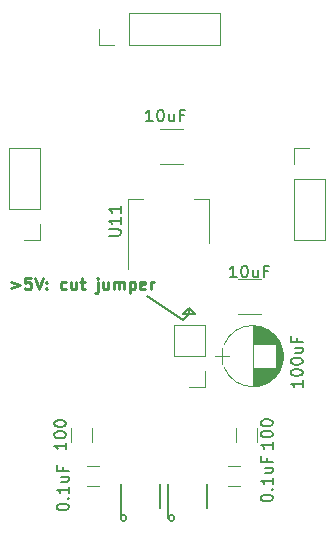
<source format=gbr>
G04 #@! TF.FileFunction,Legend,Top*
%FSLAX46Y46*%
G04 Gerber Fmt 4.6, Leading zero omitted, Abs format (unit mm)*
G04 Created by KiCad (PCBNEW 4.0.6-e0-6349~53~ubuntu16.04.1) date Tue Apr 25 15:56:05 2017*
%MOMM*%
%LPD*%
G01*
G04 APERTURE LIST*
%ADD10C,0.100000*%
%ADD11C,0.200000*%
%ADD12C,0.250000*%
%ADD13C,0.120000*%
%ADD14C,0.150000*%
G04 APERTURE END LIST*
D10*
D11*
X166370000Y-110236000D02*
G75*
G03X166370000Y-110236000I-254000J0D01*
G01*
X170434000Y-110236000D02*
G75*
G03X170434000Y-110236000I-254000J0D01*
G01*
X172212000Y-92964000D02*
X171704000Y-92456000D01*
X171196000Y-92964000D02*
X172212000Y-92964000D01*
X171704000Y-92456000D02*
X171196000Y-92964000D01*
X171704000Y-92964000D02*
X171704000Y-92456000D01*
X171196000Y-93472000D02*
X171704000Y-92964000D01*
X168148000Y-91440000D02*
X171196000Y-93472000D01*
D12*
X156560000Y-90209714D02*
X157321905Y-90495429D01*
X156560000Y-90781143D01*
X158274286Y-89876381D02*
X157798095Y-89876381D01*
X157750476Y-90352571D01*
X157798095Y-90304952D01*
X157893333Y-90257333D01*
X158131429Y-90257333D01*
X158226667Y-90304952D01*
X158274286Y-90352571D01*
X158321905Y-90447810D01*
X158321905Y-90685905D01*
X158274286Y-90781143D01*
X158226667Y-90828762D01*
X158131429Y-90876381D01*
X157893333Y-90876381D01*
X157798095Y-90828762D01*
X157750476Y-90781143D01*
X158607619Y-89876381D02*
X158940952Y-90876381D01*
X159274286Y-89876381D01*
X159607619Y-90781143D02*
X159655238Y-90828762D01*
X159607619Y-90876381D01*
X159560000Y-90828762D01*
X159607619Y-90781143D01*
X159607619Y-90876381D01*
X159607619Y-90257333D02*
X159655238Y-90304952D01*
X159607619Y-90352571D01*
X159560000Y-90304952D01*
X159607619Y-90257333D01*
X159607619Y-90352571D01*
X161274286Y-90828762D02*
X161179048Y-90876381D01*
X160988571Y-90876381D01*
X160893333Y-90828762D01*
X160845714Y-90781143D01*
X160798095Y-90685905D01*
X160798095Y-90400190D01*
X160845714Y-90304952D01*
X160893333Y-90257333D01*
X160988571Y-90209714D01*
X161179048Y-90209714D01*
X161274286Y-90257333D01*
X162131429Y-90209714D02*
X162131429Y-90876381D01*
X161702857Y-90209714D02*
X161702857Y-90733524D01*
X161750476Y-90828762D01*
X161845714Y-90876381D01*
X161988572Y-90876381D01*
X162083810Y-90828762D01*
X162131429Y-90781143D01*
X162464762Y-90209714D02*
X162845714Y-90209714D01*
X162607619Y-89876381D02*
X162607619Y-90733524D01*
X162655238Y-90828762D01*
X162750476Y-90876381D01*
X162845714Y-90876381D01*
X163940953Y-90209714D02*
X163940953Y-91066857D01*
X163893334Y-91162095D01*
X163798096Y-91209714D01*
X163750477Y-91209714D01*
X163940953Y-89876381D02*
X163893334Y-89924000D01*
X163940953Y-89971619D01*
X163988572Y-89924000D01*
X163940953Y-89876381D01*
X163940953Y-89971619D01*
X164845715Y-90209714D02*
X164845715Y-90876381D01*
X164417143Y-90209714D02*
X164417143Y-90733524D01*
X164464762Y-90828762D01*
X164560000Y-90876381D01*
X164702858Y-90876381D01*
X164798096Y-90828762D01*
X164845715Y-90781143D01*
X165321905Y-90876381D02*
X165321905Y-90209714D01*
X165321905Y-90304952D02*
X165369524Y-90257333D01*
X165464762Y-90209714D01*
X165607620Y-90209714D01*
X165702858Y-90257333D01*
X165750477Y-90352571D01*
X165750477Y-90876381D01*
X165750477Y-90352571D02*
X165798096Y-90257333D01*
X165893334Y-90209714D01*
X166036191Y-90209714D01*
X166131429Y-90257333D01*
X166179048Y-90352571D01*
X166179048Y-90876381D01*
X166655238Y-90209714D02*
X166655238Y-91209714D01*
X166655238Y-90257333D02*
X166750476Y-90209714D01*
X166940953Y-90209714D01*
X167036191Y-90257333D01*
X167083810Y-90304952D01*
X167131429Y-90400190D01*
X167131429Y-90685905D01*
X167083810Y-90781143D01*
X167036191Y-90828762D01*
X166940953Y-90876381D01*
X166750476Y-90876381D01*
X166655238Y-90828762D01*
X167940953Y-90828762D02*
X167845715Y-90876381D01*
X167655238Y-90876381D01*
X167560000Y-90828762D01*
X167512381Y-90733524D01*
X167512381Y-90352571D01*
X167560000Y-90257333D01*
X167655238Y-90209714D01*
X167845715Y-90209714D01*
X167940953Y-90257333D01*
X167988572Y-90352571D01*
X167988572Y-90447810D01*
X167512381Y-90543048D01*
X168417143Y-90876381D02*
X168417143Y-90209714D01*
X168417143Y-90400190D02*
X168464762Y-90304952D01*
X168512381Y-90257333D01*
X168607619Y-90209714D01*
X168702858Y-90209714D01*
D13*
X179450863Y-95538600D02*
G75*
G03X174656564Y-95540000I-2396863J-981400D01*
G01*
X179450863Y-97501400D02*
G75*
G02X174656564Y-97500000I-2396863J981400D01*
G01*
X179450863Y-97501400D02*
G75*
G03X179451436Y-95540000I-2396863J981400D01*
G01*
X177054000Y-93970000D02*
X177054000Y-99070000D01*
X177094000Y-93970000D02*
X177094000Y-95540000D01*
X177094000Y-97500000D02*
X177094000Y-99070000D01*
X177134000Y-93971000D02*
X177134000Y-95540000D01*
X177134000Y-97500000D02*
X177134000Y-99069000D01*
X177174000Y-93972000D02*
X177174000Y-95540000D01*
X177174000Y-97500000D02*
X177174000Y-99068000D01*
X177214000Y-93974000D02*
X177214000Y-95540000D01*
X177214000Y-97500000D02*
X177214000Y-99066000D01*
X177254000Y-93977000D02*
X177254000Y-95540000D01*
X177254000Y-97500000D02*
X177254000Y-99063000D01*
X177294000Y-93981000D02*
X177294000Y-95540000D01*
X177294000Y-97500000D02*
X177294000Y-99059000D01*
X177334000Y-93985000D02*
X177334000Y-95540000D01*
X177334000Y-97500000D02*
X177334000Y-99055000D01*
X177374000Y-93989000D02*
X177374000Y-95540000D01*
X177374000Y-97500000D02*
X177374000Y-99051000D01*
X177414000Y-93995000D02*
X177414000Y-95540000D01*
X177414000Y-97500000D02*
X177414000Y-99045000D01*
X177454000Y-94001000D02*
X177454000Y-95540000D01*
X177454000Y-97500000D02*
X177454000Y-99039000D01*
X177494000Y-94007000D02*
X177494000Y-95540000D01*
X177494000Y-97500000D02*
X177494000Y-99033000D01*
X177534000Y-94014000D02*
X177534000Y-95540000D01*
X177534000Y-97500000D02*
X177534000Y-99026000D01*
X177574000Y-94022000D02*
X177574000Y-95540000D01*
X177574000Y-97500000D02*
X177574000Y-99018000D01*
X177614000Y-94031000D02*
X177614000Y-95540000D01*
X177614000Y-97500000D02*
X177614000Y-99009000D01*
X177654000Y-94040000D02*
X177654000Y-95540000D01*
X177654000Y-97500000D02*
X177654000Y-99000000D01*
X177694000Y-94050000D02*
X177694000Y-95540000D01*
X177694000Y-97500000D02*
X177694000Y-98990000D01*
X177734000Y-94060000D02*
X177734000Y-95540000D01*
X177734000Y-97500000D02*
X177734000Y-98980000D01*
X177775000Y-94072000D02*
X177775000Y-95540000D01*
X177775000Y-97500000D02*
X177775000Y-98968000D01*
X177815000Y-94084000D02*
X177815000Y-95540000D01*
X177815000Y-97500000D02*
X177815000Y-98956000D01*
X177855000Y-94096000D02*
X177855000Y-95540000D01*
X177855000Y-97500000D02*
X177855000Y-98944000D01*
X177895000Y-94110000D02*
X177895000Y-95540000D01*
X177895000Y-97500000D02*
X177895000Y-98930000D01*
X177935000Y-94124000D02*
X177935000Y-95540000D01*
X177935000Y-97500000D02*
X177935000Y-98916000D01*
X177975000Y-94138000D02*
X177975000Y-95540000D01*
X177975000Y-97500000D02*
X177975000Y-98902000D01*
X178015000Y-94154000D02*
X178015000Y-95540000D01*
X178015000Y-97500000D02*
X178015000Y-98886000D01*
X178055000Y-94170000D02*
X178055000Y-95540000D01*
X178055000Y-97500000D02*
X178055000Y-98870000D01*
X178095000Y-94187000D02*
X178095000Y-95540000D01*
X178095000Y-97500000D02*
X178095000Y-98853000D01*
X178135000Y-94205000D02*
X178135000Y-95540000D01*
X178135000Y-97500000D02*
X178135000Y-98835000D01*
X178175000Y-94224000D02*
X178175000Y-95540000D01*
X178175000Y-97500000D02*
X178175000Y-98816000D01*
X178215000Y-94244000D02*
X178215000Y-95540000D01*
X178215000Y-97500000D02*
X178215000Y-98796000D01*
X178255000Y-94264000D02*
X178255000Y-95540000D01*
X178255000Y-97500000D02*
X178255000Y-98776000D01*
X178295000Y-94286000D02*
X178295000Y-95540000D01*
X178295000Y-97500000D02*
X178295000Y-98754000D01*
X178335000Y-94308000D02*
X178335000Y-95540000D01*
X178335000Y-97500000D02*
X178335000Y-98732000D01*
X178375000Y-94331000D02*
X178375000Y-95540000D01*
X178375000Y-97500000D02*
X178375000Y-98709000D01*
X178415000Y-94355000D02*
X178415000Y-95540000D01*
X178415000Y-97500000D02*
X178415000Y-98685000D01*
X178455000Y-94380000D02*
X178455000Y-95540000D01*
X178455000Y-97500000D02*
X178455000Y-98660000D01*
X178495000Y-94407000D02*
X178495000Y-95540000D01*
X178495000Y-97500000D02*
X178495000Y-98633000D01*
X178535000Y-94434000D02*
X178535000Y-95540000D01*
X178535000Y-97500000D02*
X178535000Y-98606000D01*
X178575000Y-94462000D02*
X178575000Y-95540000D01*
X178575000Y-97500000D02*
X178575000Y-98578000D01*
X178615000Y-94492000D02*
X178615000Y-95540000D01*
X178615000Y-97500000D02*
X178615000Y-98548000D01*
X178655000Y-94523000D02*
X178655000Y-95540000D01*
X178655000Y-97500000D02*
X178655000Y-98517000D01*
X178695000Y-94555000D02*
X178695000Y-95540000D01*
X178695000Y-97500000D02*
X178695000Y-98485000D01*
X178735000Y-94588000D02*
X178735000Y-95540000D01*
X178735000Y-97500000D02*
X178735000Y-98452000D01*
X178775000Y-94623000D02*
X178775000Y-95540000D01*
X178775000Y-97500000D02*
X178775000Y-98417000D01*
X178815000Y-94659000D02*
X178815000Y-95540000D01*
X178815000Y-97500000D02*
X178815000Y-98381000D01*
X178855000Y-94697000D02*
X178855000Y-95540000D01*
X178855000Y-97500000D02*
X178855000Y-98343000D01*
X178895000Y-94737000D02*
X178895000Y-95540000D01*
X178895000Y-97500000D02*
X178895000Y-98303000D01*
X178935000Y-94778000D02*
X178935000Y-95540000D01*
X178935000Y-97500000D02*
X178935000Y-98262000D01*
X178975000Y-94821000D02*
X178975000Y-95540000D01*
X178975000Y-97500000D02*
X178975000Y-98219000D01*
X179015000Y-94866000D02*
X179015000Y-95540000D01*
X179015000Y-97500000D02*
X179015000Y-98174000D01*
X179055000Y-94914000D02*
X179055000Y-98126000D01*
X179095000Y-94964000D02*
X179095000Y-98076000D01*
X179135000Y-95016000D02*
X179135000Y-98024000D01*
X179175000Y-95072000D02*
X179175000Y-97968000D01*
X179215000Y-95130000D02*
X179215000Y-97910000D01*
X179255000Y-95193000D02*
X179255000Y-97847000D01*
X179295000Y-95259000D02*
X179295000Y-97781000D01*
X179335000Y-95331000D02*
X179335000Y-97709000D01*
X179375000Y-95408000D02*
X179375000Y-97632000D01*
X179415000Y-95492000D02*
X179415000Y-97548000D01*
X179455000Y-95586000D02*
X179455000Y-97454000D01*
X179495000Y-95691000D02*
X179495000Y-97349000D01*
X179535000Y-95813000D02*
X179535000Y-97227000D01*
X179575000Y-95961000D02*
X179575000Y-97079000D01*
X179615000Y-96166000D02*
X179615000Y-96874000D01*
X173854000Y-96520000D02*
X175054000Y-96520000D01*
X174454000Y-95870000D02*
X174454000Y-97170000D01*
X177784000Y-89960000D02*
X175784000Y-89960000D01*
X175784000Y-92920000D02*
X177784000Y-92920000D01*
X171180000Y-77260000D02*
X169180000Y-77260000D01*
X169180000Y-80220000D02*
X171180000Y-80220000D01*
X175014000Y-107530000D02*
X176014000Y-107530000D01*
X176014000Y-105830000D02*
X175014000Y-105830000D01*
X164060000Y-105830000D02*
X163060000Y-105830000D01*
X163060000Y-107530000D02*
X164060000Y-107530000D01*
X180534000Y-81534000D02*
X180534000Y-86674000D01*
X180534000Y-86674000D02*
X183194000Y-86674000D01*
X183194000Y-86674000D02*
X183194000Y-81534000D01*
X183194000Y-81534000D02*
X180534000Y-81534000D01*
X180534000Y-80264000D02*
X180534000Y-78934000D01*
X180534000Y-78934000D02*
X181864000Y-78934000D01*
X166624000Y-70164000D02*
X174304000Y-70164000D01*
X174304000Y-70164000D02*
X174304000Y-67504000D01*
X174304000Y-67504000D02*
X166624000Y-67504000D01*
X166624000Y-67504000D02*
X166624000Y-70164000D01*
X165354000Y-70164000D02*
X164024000Y-70164000D01*
X164024000Y-70164000D02*
X164024000Y-68834000D01*
X159064000Y-84074000D02*
X159064000Y-78934000D01*
X159064000Y-78934000D02*
X156404000Y-78934000D01*
X156404000Y-78934000D02*
X156404000Y-84074000D01*
X156404000Y-84074000D02*
X159064000Y-84074000D01*
X159064000Y-85344000D02*
X159064000Y-86674000D01*
X159064000Y-86674000D02*
X157734000Y-86674000D01*
X173034000Y-96520000D02*
X173034000Y-93920000D01*
X173034000Y-93920000D02*
X170374000Y-93920000D01*
X170374000Y-93920000D02*
X170374000Y-96520000D01*
X170374000Y-96520000D02*
X173034000Y-96520000D01*
X173034000Y-97790000D02*
X173034000Y-99120000D01*
X173034000Y-99120000D02*
X171704000Y-99120000D01*
X175650000Y-103790000D02*
X175650000Y-102590000D01*
X177410000Y-102590000D02*
X177410000Y-103790000D01*
X161680000Y-103790000D02*
X161680000Y-102590000D01*
X163440000Y-102590000D02*
X163440000Y-103790000D01*
X173336000Y-83180000D02*
X172076000Y-83180000D01*
X166516000Y-83180000D02*
X167776000Y-83180000D01*
X173336000Y-86940000D02*
X173336000Y-83180000D01*
X166516000Y-89190000D02*
X166516000Y-83180000D01*
D14*
X173162000Y-109415000D02*
X173162000Y-107315000D01*
X169912000Y-110190000D02*
X169912000Y-107315000D01*
X169178000Y-109415000D02*
X169178000Y-107315000D01*
X165928000Y-110190000D02*
X165928000Y-107315000D01*
X181300381Y-98575619D02*
X181300381Y-99147048D01*
X181300381Y-98861334D02*
X180300381Y-98861334D01*
X180443238Y-98956572D01*
X180538476Y-99051810D01*
X180586095Y-99147048D01*
X180300381Y-97956572D02*
X180300381Y-97861333D01*
X180348000Y-97766095D01*
X180395619Y-97718476D01*
X180490857Y-97670857D01*
X180681333Y-97623238D01*
X180919429Y-97623238D01*
X181109905Y-97670857D01*
X181205143Y-97718476D01*
X181252762Y-97766095D01*
X181300381Y-97861333D01*
X181300381Y-97956572D01*
X181252762Y-98051810D01*
X181205143Y-98099429D01*
X181109905Y-98147048D01*
X180919429Y-98194667D01*
X180681333Y-98194667D01*
X180490857Y-98147048D01*
X180395619Y-98099429D01*
X180348000Y-98051810D01*
X180300381Y-97956572D01*
X180300381Y-97004191D02*
X180300381Y-96908952D01*
X180348000Y-96813714D01*
X180395619Y-96766095D01*
X180490857Y-96718476D01*
X180681333Y-96670857D01*
X180919429Y-96670857D01*
X181109905Y-96718476D01*
X181205143Y-96766095D01*
X181252762Y-96813714D01*
X181300381Y-96908952D01*
X181300381Y-97004191D01*
X181252762Y-97099429D01*
X181205143Y-97147048D01*
X181109905Y-97194667D01*
X180919429Y-97242286D01*
X180681333Y-97242286D01*
X180490857Y-97194667D01*
X180395619Y-97147048D01*
X180348000Y-97099429D01*
X180300381Y-97004191D01*
X180633714Y-95813714D02*
X181300381Y-95813714D01*
X180633714Y-96242286D02*
X181157524Y-96242286D01*
X181252762Y-96194667D01*
X181300381Y-96099429D01*
X181300381Y-95956571D01*
X181252762Y-95861333D01*
X181205143Y-95813714D01*
X180776571Y-95004190D02*
X180776571Y-95337524D01*
X181300381Y-95337524D02*
X180300381Y-95337524D01*
X180300381Y-94861333D01*
X175712572Y-89860381D02*
X175141143Y-89860381D01*
X175426857Y-89860381D02*
X175426857Y-88860381D01*
X175331619Y-89003238D01*
X175236381Y-89098476D01*
X175141143Y-89146095D01*
X176331619Y-88860381D02*
X176426858Y-88860381D01*
X176522096Y-88908000D01*
X176569715Y-88955619D01*
X176617334Y-89050857D01*
X176664953Y-89241333D01*
X176664953Y-89479429D01*
X176617334Y-89669905D01*
X176569715Y-89765143D01*
X176522096Y-89812762D01*
X176426858Y-89860381D01*
X176331619Y-89860381D01*
X176236381Y-89812762D01*
X176188762Y-89765143D01*
X176141143Y-89669905D01*
X176093524Y-89479429D01*
X176093524Y-89241333D01*
X176141143Y-89050857D01*
X176188762Y-88955619D01*
X176236381Y-88908000D01*
X176331619Y-88860381D01*
X177522096Y-89193714D02*
X177522096Y-89860381D01*
X177093524Y-89193714D02*
X177093524Y-89717524D01*
X177141143Y-89812762D01*
X177236381Y-89860381D01*
X177379239Y-89860381D01*
X177474477Y-89812762D01*
X177522096Y-89765143D01*
X178331620Y-89336571D02*
X177998286Y-89336571D01*
X177998286Y-89860381D02*
X177998286Y-88860381D01*
X178474477Y-88860381D01*
X168600572Y-76652381D02*
X168029143Y-76652381D01*
X168314857Y-76652381D02*
X168314857Y-75652381D01*
X168219619Y-75795238D01*
X168124381Y-75890476D01*
X168029143Y-75938095D01*
X169219619Y-75652381D02*
X169314858Y-75652381D01*
X169410096Y-75700000D01*
X169457715Y-75747619D01*
X169505334Y-75842857D01*
X169552953Y-76033333D01*
X169552953Y-76271429D01*
X169505334Y-76461905D01*
X169457715Y-76557143D01*
X169410096Y-76604762D01*
X169314858Y-76652381D01*
X169219619Y-76652381D01*
X169124381Y-76604762D01*
X169076762Y-76557143D01*
X169029143Y-76461905D01*
X168981524Y-76271429D01*
X168981524Y-76033333D01*
X169029143Y-75842857D01*
X169076762Y-75747619D01*
X169124381Y-75700000D01*
X169219619Y-75652381D01*
X170410096Y-75985714D02*
X170410096Y-76652381D01*
X169981524Y-75985714D02*
X169981524Y-76509524D01*
X170029143Y-76604762D01*
X170124381Y-76652381D01*
X170267239Y-76652381D01*
X170362477Y-76604762D01*
X170410096Y-76557143D01*
X171219620Y-76128571D02*
X170886286Y-76128571D01*
X170886286Y-76652381D02*
X170886286Y-75652381D01*
X171362477Y-75652381D01*
X177760381Y-108576857D02*
X177760381Y-108481618D01*
X177808000Y-108386380D01*
X177855619Y-108338761D01*
X177950857Y-108291142D01*
X178141333Y-108243523D01*
X178379429Y-108243523D01*
X178569905Y-108291142D01*
X178665143Y-108338761D01*
X178712762Y-108386380D01*
X178760381Y-108481618D01*
X178760381Y-108576857D01*
X178712762Y-108672095D01*
X178665143Y-108719714D01*
X178569905Y-108767333D01*
X178379429Y-108814952D01*
X178141333Y-108814952D01*
X177950857Y-108767333D01*
X177855619Y-108719714D01*
X177808000Y-108672095D01*
X177760381Y-108576857D01*
X178665143Y-107814952D02*
X178712762Y-107767333D01*
X178760381Y-107814952D01*
X178712762Y-107862571D01*
X178665143Y-107814952D01*
X178760381Y-107814952D01*
X178760381Y-106814952D02*
X178760381Y-107386381D01*
X178760381Y-107100667D02*
X177760381Y-107100667D01*
X177903238Y-107195905D01*
X177998476Y-107291143D01*
X178046095Y-107386381D01*
X178093714Y-105957809D02*
X178760381Y-105957809D01*
X178093714Y-106386381D02*
X178617524Y-106386381D01*
X178712762Y-106338762D01*
X178760381Y-106243524D01*
X178760381Y-106100666D01*
X178712762Y-106005428D01*
X178665143Y-105957809D01*
X178236571Y-105148285D02*
X178236571Y-105481619D01*
X178760381Y-105481619D02*
X177760381Y-105481619D01*
X177760381Y-105005428D01*
X160488381Y-109338857D02*
X160488381Y-109243618D01*
X160536000Y-109148380D01*
X160583619Y-109100761D01*
X160678857Y-109053142D01*
X160869333Y-109005523D01*
X161107429Y-109005523D01*
X161297905Y-109053142D01*
X161393143Y-109100761D01*
X161440762Y-109148380D01*
X161488381Y-109243618D01*
X161488381Y-109338857D01*
X161440762Y-109434095D01*
X161393143Y-109481714D01*
X161297905Y-109529333D01*
X161107429Y-109576952D01*
X160869333Y-109576952D01*
X160678857Y-109529333D01*
X160583619Y-109481714D01*
X160536000Y-109434095D01*
X160488381Y-109338857D01*
X161393143Y-108576952D02*
X161440762Y-108529333D01*
X161488381Y-108576952D01*
X161440762Y-108624571D01*
X161393143Y-108576952D01*
X161488381Y-108576952D01*
X161488381Y-107576952D02*
X161488381Y-108148381D01*
X161488381Y-107862667D02*
X160488381Y-107862667D01*
X160631238Y-107957905D01*
X160726476Y-108053143D01*
X160774095Y-108148381D01*
X160821714Y-106719809D02*
X161488381Y-106719809D01*
X160821714Y-107148381D02*
X161345524Y-107148381D01*
X161440762Y-107100762D01*
X161488381Y-107005524D01*
X161488381Y-106862666D01*
X161440762Y-106767428D01*
X161393143Y-106719809D01*
X160964571Y-105910285D02*
X160964571Y-106243619D01*
X161488381Y-106243619D02*
X160488381Y-106243619D01*
X160488381Y-105767428D01*
X178760381Y-103790666D02*
X178760381Y-104362095D01*
X178760381Y-104076381D02*
X177760381Y-104076381D01*
X177903238Y-104171619D01*
X177998476Y-104266857D01*
X178046095Y-104362095D01*
X177760381Y-103171619D02*
X177760381Y-103076380D01*
X177808000Y-102981142D01*
X177855619Y-102933523D01*
X177950857Y-102885904D01*
X178141333Y-102838285D01*
X178379429Y-102838285D01*
X178569905Y-102885904D01*
X178665143Y-102933523D01*
X178712762Y-102981142D01*
X178760381Y-103076380D01*
X178760381Y-103171619D01*
X178712762Y-103266857D01*
X178665143Y-103314476D01*
X178569905Y-103362095D01*
X178379429Y-103409714D01*
X178141333Y-103409714D01*
X177950857Y-103362095D01*
X177855619Y-103314476D01*
X177808000Y-103266857D01*
X177760381Y-103171619D01*
X177760381Y-102219238D02*
X177760381Y-102123999D01*
X177808000Y-102028761D01*
X177855619Y-101981142D01*
X177950857Y-101933523D01*
X178141333Y-101885904D01*
X178379429Y-101885904D01*
X178569905Y-101933523D01*
X178665143Y-101981142D01*
X178712762Y-102028761D01*
X178760381Y-102123999D01*
X178760381Y-102219238D01*
X178712762Y-102314476D01*
X178665143Y-102362095D01*
X178569905Y-102409714D01*
X178379429Y-102457333D01*
X178141333Y-102457333D01*
X177950857Y-102409714D01*
X177855619Y-102362095D01*
X177808000Y-102314476D01*
X177760381Y-102219238D01*
X161262381Y-103856666D02*
X161262381Y-104428095D01*
X161262381Y-104142381D02*
X160262381Y-104142381D01*
X160405238Y-104237619D01*
X160500476Y-104332857D01*
X160548095Y-104428095D01*
X160262381Y-103237619D02*
X160262381Y-103142380D01*
X160310000Y-103047142D01*
X160357619Y-102999523D01*
X160452857Y-102951904D01*
X160643333Y-102904285D01*
X160881429Y-102904285D01*
X161071905Y-102951904D01*
X161167143Y-102999523D01*
X161214762Y-103047142D01*
X161262381Y-103142380D01*
X161262381Y-103237619D01*
X161214762Y-103332857D01*
X161167143Y-103380476D01*
X161071905Y-103428095D01*
X160881429Y-103475714D01*
X160643333Y-103475714D01*
X160452857Y-103428095D01*
X160357619Y-103380476D01*
X160310000Y-103332857D01*
X160262381Y-103237619D01*
X160262381Y-102285238D02*
X160262381Y-102189999D01*
X160310000Y-102094761D01*
X160357619Y-102047142D01*
X160452857Y-101999523D01*
X160643333Y-101951904D01*
X160881429Y-101951904D01*
X161071905Y-101999523D01*
X161167143Y-102047142D01*
X161214762Y-102094761D01*
X161262381Y-102189999D01*
X161262381Y-102285238D01*
X161214762Y-102380476D01*
X161167143Y-102428095D01*
X161071905Y-102475714D01*
X160881429Y-102523333D01*
X160643333Y-102523333D01*
X160452857Y-102475714D01*
X160357619Y-102428095D01*
X160310000Y-102380476D01*
X160262381Y-102285238D01*
X164878381Y-86328095D02*
X165687905Y-86328095D01*
X165783143Y-86280476D01*
X165830762Y-86232857D01*
X165878381Y-86137619D01*
X165878381Y-85947142D01*
X165830762Y-85851904D01*
X165783143Y-85804285D01*
X165687905Y-85756666D01*
X164878381Y-85756666D01*
X165878381Y-84756666D02*
X165878381Y-85328095D01*
X165878381Y-85042381D02*
X164878381Y-85042381D01*
X165021238Y-85137619D01*
X165116476Y-85232857D01*
X165164095Y-85328095D01*
X165878381Y-83804285D02*
X165878381Y-84375714D01*
X165878381Y-84090000D02*
X164878381Y-84090000D01*
X165021238Y-84185238D01*
X165116476Y-84280476D01*
X165164095Y-84375714D01*
M02*

</source>
